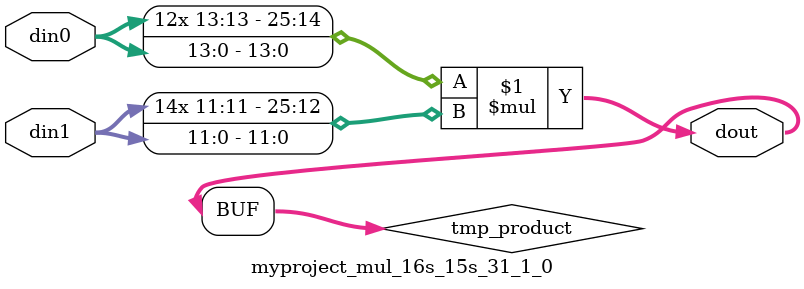
<source format=v>

`timescale 1 ns / 1 ps

  module myproject_mul_16s_15s_31_1_0(din0, din1, dout);
parameter ID = 1;
parameter NUM_STAGE = 0;
parameter din0_WIDTH = 14;
parameter din1_WIDTH = 12;
parameter dout_WIDTH = 26;

input [din0_WIDTH - 1 : 0] din0; 
input [din1_WIDTH - 1 : 0] din1; 
output [dout_WIDTH - 1 : 0] dout;

wire signed [dout_WIDTH - 1 : 0] tmp_product;













assign tmp_product = $signed(din0) * $signed(din1);








assign dout = tmp_product;







endmodule

</source>
